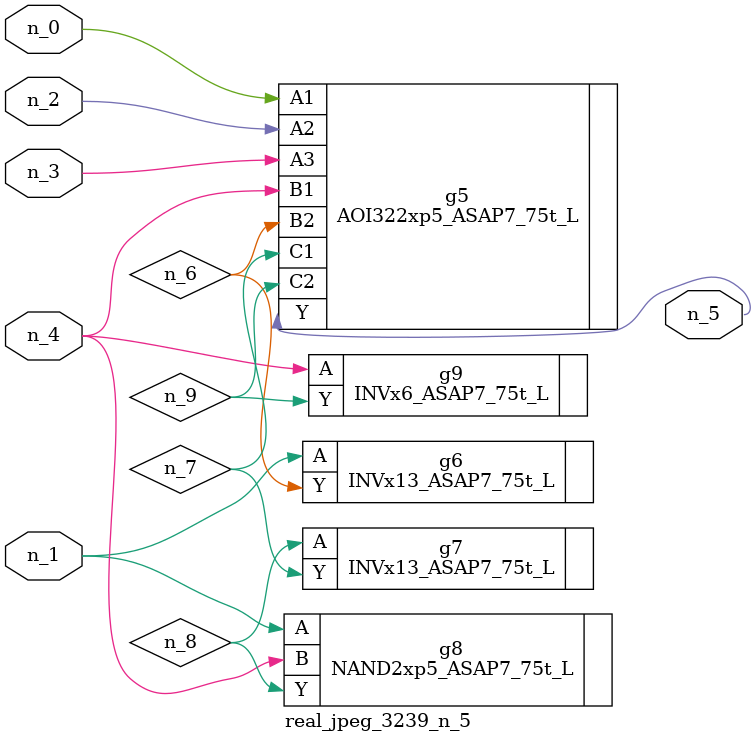
<source format=v>
module real_jpeg_3239_n_5 (n_4, n_0, n_1, n_2, n_3, n_5);

input n_4;
input n_0;
input n_1;
input n_2;
input n_3;

output n_5;

wire n_8;
wire n_6;
wire n_7;
wire n_9;

AOI322xp5_ASAP7_75t_L g5 ( 
.A1(n_0),
.A2(n_2),
.A3(n_3),
.B1(n_4),
.B2(n_6),
.C1(n_7),
.C2(n_9),
.Y(n_5)
);

INVx13_ASAP7_75t_L g6 ( 
.A(n_1),
.Y(n_6)
);

NAND2xp5_ASAP7_75t_L g8 ( 
.A(n_1),
.B(n_4),
.Y(n_8)
);

INVx6_ASAP7_75t_L g9 ( 
.A(n_4),
.Y(n_9)
);

INVx13_ASAP7_75t_L g7 ( 
.A(n_8),
.Y(n_7)
);


endmodule
</source>
